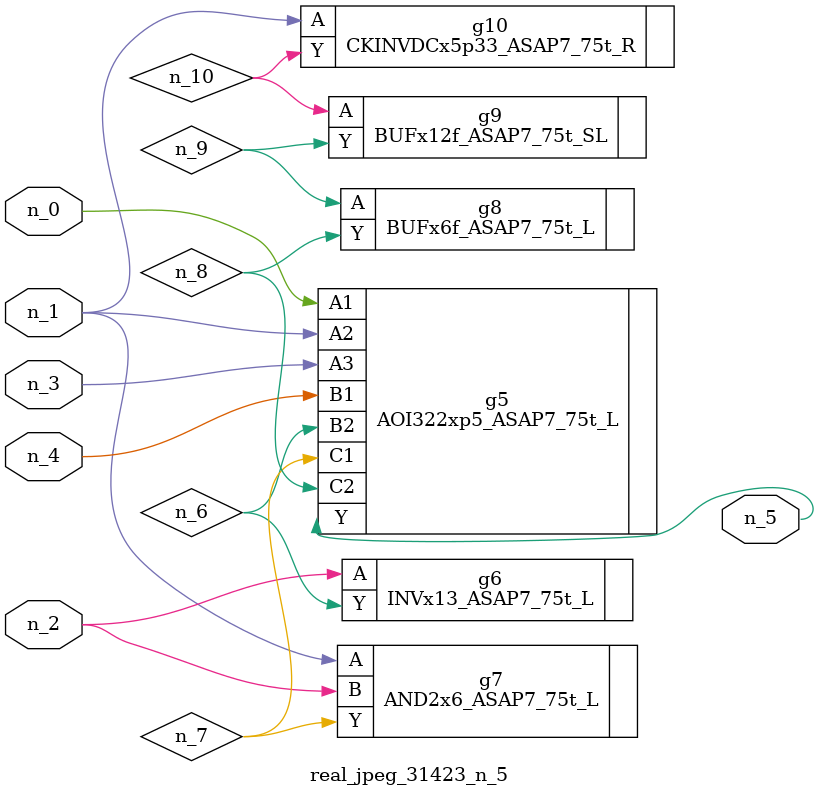
<source format=v>
module real_jpeg_31423_n_5 (n_4, n_0, n_1, n_2, n_3, n_5);

input n_4;
input n_0;
input n_1;
input n_2;
input n_3;

output n_5;

wire n_8;
wire n_6;
wire n_7;
wire n_10;
wire n_9;

AOI322xp5_ASAP7_75t_L g5 ( 
.A1(n_0),
.A2(n_1),
.A3(n_3),
.B1(n_4),
.B2(n_6),
.C1(n_7),
.C2(n_8),
.Y(n_5)
);

AND2x6_ASAP7_75t_L g7 ( 
.A(n_1),
.B(n_2),
.Y(n_7)
);

CKINVDCx5p33_ASAP7_75t_R g10 ( 
.A(n_1),
.Y(n_10)
);

INVx13_ASAP7_75t_L g6 ( 
.A(n_2),
.Y(n_6)
);

BUFx6f_ASAP7_75t_L g8 ( 
.A(n_9),
.Y(n_8)
);

BUFx12f_ASAP7_75t_SL g9 ( 
.A(n_10),
.Y(n_9)
);


endmodule
</source>
